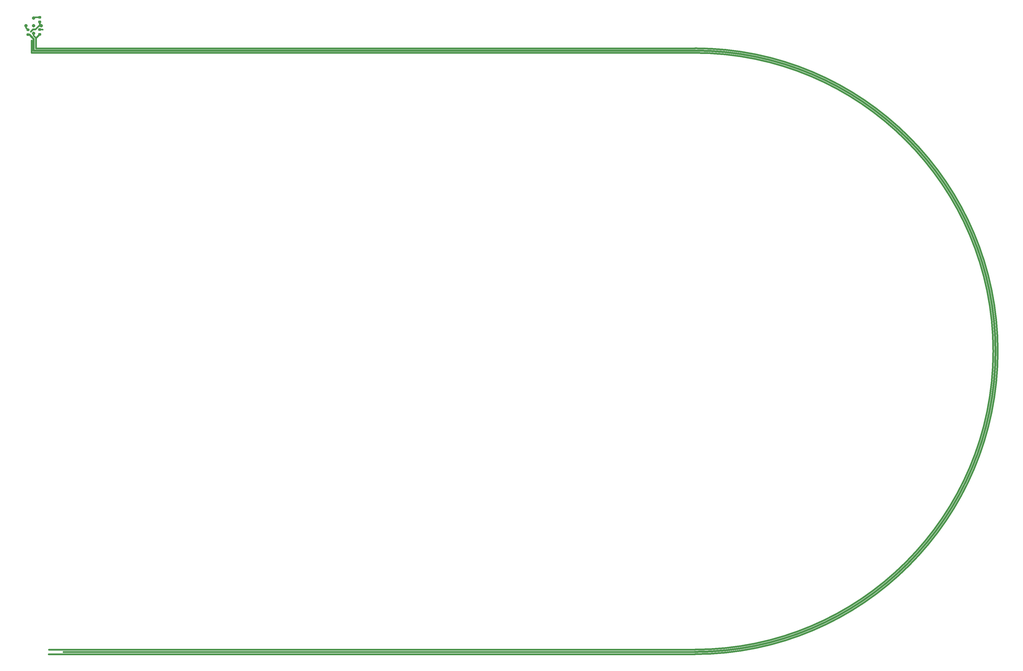
<source format=gbr>
%TF.GenerationSoftware,KiCad,Pcbnew,7.0.8-7.0.8~ubuntu22.04.1*%
%TF.CreationDate,2023-10-12T13:08:16-04:00*%
%TF.ProjectId,flex-IQ80xL,666c6578-2d49-4513-9830-784c2e6b6963,rev?*%
%TF.SameCoordinates,Original*%
%TF.FileFunction,Copper,L2,Bot*%
%TF.FilePolarity,Positive*%
%FSLAX46Y46*%
G04 Gerber Fmt 4.6, Leading zero omitted, Abs format (unit mm)*
G04 Created by KiCad (PCBNEW 7.0.8-7.0.8~ubuntu22.04.1) date 2023-10-12 13:08:16*
%MOMM*%
%LPD*%
G01*
G04 APERTURE LIST*
G04 Aperture macros list*
%AMRoundRect*
0 Rectangle with rounded corners*
0 $1 Rounding radius*
0 $2 $3 $4 $5 $6 $7 $8 $9 X,Y pos of 4 corners*
0 Add a 4 corners polygon primitive as box body*
4,1,4,$2,$3,$4,$5,$6,$7,$8,$9,$2,$3,0*
0 Add four circle primitives for the rounded corners*
1,1,$1+$1,$2,$3*
1,1,$1+$1,$4,$5*
1,1,$1+$1,$6,$7*
1,1,$1+$1,$8,$9*
0 Add four rect primitives between the rounded corners*
20,1,$1+$1,$2,$3,$4,$5,0*
20,1,$1+$1,$4,$5,$6,$7,0*
20,1,$1+$1,$6,$7,$8,$9,0*
20,1,$1+$1,$8,$9,$2,$3,0*%
G04 Aperture macros list end*
%TA.AperFunction,ComponentPad*%
%ADD10C,1.143000*%
%TD*%
%TA.AperFunction,SMDPad,CuDef*%
%ADD11RoundRect,0.225000X0.250000X-0.225000X0.250000X0.225000X-0.250000X0.225000X-0.250000X-0.225000X0*%
%TD*%
%TA.AperFunction,SMDPad,CuDef*%
%ADD12RoundRect,0.200000X-0.275000X0.200000X-0.275000X-0.200000X0.275000X-0.200000X0.275000X0.200000X0*%
%TD*%
%TA.AperFunction,ViaPad*%
%ADD13C,0.400000*%
%TD*%
%TA.AperFunction,Conductor*%
%ADD14C,0.500000*%
%TD*%
%TA.AperFunction,Conductor*%
%ADD15C,0.600000*%
%TD*%
%TA.AperFunction,Conductor*%
%ADD16C,0.700000*%
%TD*%
G04 APERTURE END LIST*
D10*
%TO.P,U1,1,GND*%
%TO.N,GND*%
X25000000Y-22460000D03*
%TO.P,U1,2,OUT*%
%TO.N,Net-(U1-OUT)*%
X22460000Y-25000000D03*
%TO.P,U1,3,V+*%
%TO.N,VCC*%
X25000000Y-27540000D03*
%TO.P,U1,4,V-*%
%TO.N,VSS*%
X27540000Y-25000000D03*
%TO.P,U1,5,CASE*%
%TO.N,GND*%
X25000000Y-25000000D03*
%TD*%
D11*
%TO.P,C2,1*%
%TO.N,VSS*%
X27000000Y-23725000D03*
%TO.P,C2,2*%
%TO.N,GND*%
X27000000Y-22175000D03*
%TD*%
%TO.P,C1,1*%
%TO.N,VCC*%
X27000000Y-27825000D03*
%TO.P,C1,2*%
%TO.N,GND*%
X27000000Y-26275000D03*
%TD*%
D12*
%TO.P,R1,1*%
%TO.N,Net-(U1-OUT)*%
X23100000Y-26325000D03*
%TO.P,R1,2*%
%TO.N,Net-(J1-Pin_2)*%
X23100000Y-27975000D03*
%TD*%
D13*
%TO.N,GND*%
X27975000Y-26275000D03*
%TO.N,VCC*%
X29950000Y-234000000D03*
%TO.N,VSS*%
X24250000Y-29900000D03*
X30050000Y-232500000D03*
X24000000Y-26900000D03*
%TO.N,Net-(J1-Pin_2)*%
X34850000Y-233250000D03*
%TD*%
D14*
%TO.N,Net-(U1-OUT)*%
X22460000Y-25000000D02*
X22460000Y-25685000D01*
X22460000Y-25685000D02*
X23100000Y-26325000D01*
%TO.N,VCC*%
X25000000Y-27540000D02*
X25000000Y-28325000D01*
X25000000Y-28325000D02*
X25750000Y-29075000D01*
%TO.N,GND*%
X27000000Y-26275000D02*
X27975000Y-26275000D01*
X28000000Y-26300000D02*
X27975000Y-26275000D01*
X27000000Y-22175000D02*
X25285000Y-22175000D01*
X25285000Y-22175000D02*
X25000000Y-22460000D01*
D15*
%TO.N,VCC*%
X25750000Y-29075000D02*
X25750000Y-29100000D01*
X27000000Y-27825000D02*
X25750000Y-29075000D01*
X25750000Y-29100000D02*
X25750000Y-32500000D01*
X29950000Y-234000000D02*
X245000000Y-234000000D01*
X27000000Y-27825000D02*
X26925000Y-27825000D01*
X25750000Y-32500000D02*
X245000000Y-32500000D01*
X245000000Y-234000000D02*
G75*
G03*
X245000000Y-32500000I0J100750000D01*
G01*
%TO.N,VSS*%
X26750000Y-25000000D02*
X25550000Y-26200000D01*
X27000000Y-24460000D02*
X27540000Y-25000000D01*
X30050000Y-232500000D02*
X245000000Y-232500000D01*
X27000000Y-23725000D02*
X27000000Y-24460000D01*
X24250000Y-29900000D02*
X24250000Y-34000000D01*
X27540000Y-25000000D02*
X26750000Y-25000000D01*
X25550000Y-26200000D02*
X24700000Y-26200000D01*
X24250000Y-34000000D02*
X245000000Y-34000000D01*
X24700000Y-26200000D02*
X24000000Y-26900000D01*
X245000000Y-232500000D02*
G75*
G03*
X245000000Y-34000000I0J99250000D01*
G01*
D16*
%TO.N,Net-(J1-Pin_2)*%
X23100000Y-27975000D02*
X23575000Y-27975000D01*
X23575000Y-27975000D02*
X25000000Y-29400000D01*
X25000000Y-33250000D02*
X245000000Y-33250000D01*
X25000000Y-29400000D02*
X25000000Y-33250000D01*
D15*
X34850000Y-233250000D02*
X245000000Y-233250000D01*
D16*
X245000000Y-233250000D02*
G75*
G03*
X245000000Y-33250000I0J100000000D01*
G01*
%TD*%
M02*

</source>
